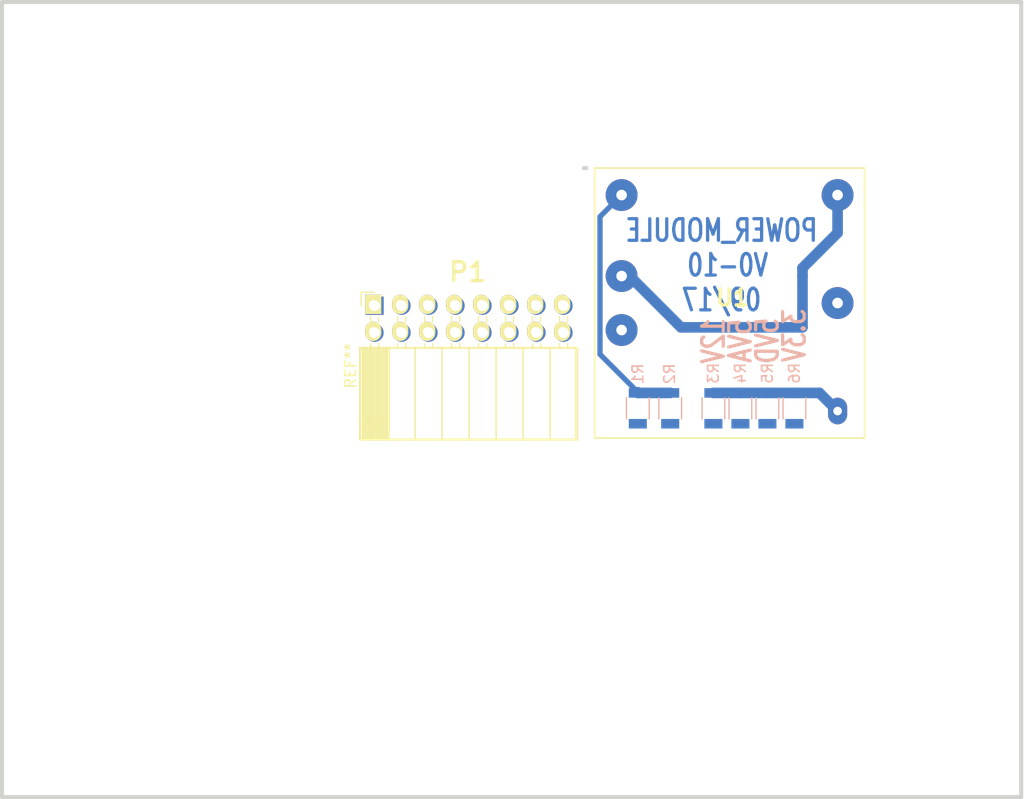
<source format=kicad_pcb>
(kicad_pcb (version 4) (host pcbnew 4.0.6)

  (general
    (links 23)
    (no_connects 16)
    (area 36.004499 65.468499 132.270501 140.652501)
    (thickness 1.6002)
    (drawings 18)
    (tracks 18)
    (zones 0)
    (modules 9)
    (nets 12)
  )

  (page A4)
  (title_block
    (title "Power Module")
    (date 2017-09-28)
    (rev "V 0.10")
    (company F4DEB)
  )

  (layers
    (0 Composant signal)
    (31 Cuivre signal)
    (32 B.Adhes user)
    (33 F.Adhes user)
    (34 B.Paste user)
    (35 F.Paste user)
    (36 B.SilkS user)
    (37 F.SilkS user)
    (38 B.Mask user)
    (39 F.Mask user)
    (40 Dwgs.User user)
    (41 Cmts.User user)
    (42 Eco1.User user)
    (43 Eco2.User user)
    (44 Edge.Cuts user)
  )

  (setup
    (last_trace_width 0.2032)
    (user_trace_width 0.29972)
    (user_trace_width 0.35052)
    (user_trace_width 0.39878)
    (user_trace_width 0.5)
    (user_trace_width 1.00076)
    (user_trace_width 1.99898)
    (user_trace_width 2.99974)
    (user_trace_width 4.0005)
    (trace_clearance 0.20066)
    (zone_clearance 0.5)
    (zone_45_only no)
    (trace_min 0.2032)
    (segment_width 0.381)
    (edge_width 0.381)
    (via_size 1.30048)
    (via_drill 0.59944)
    (via_min_size 0.889)
    (via_min_drill 0.508)
    (user_via 1.30048 0.59944)
    (uvia_size 0.508)
    (uvia_drill 0.127)
    (uvias_allowed no)
    (uvia_min_size 0.508)
    (uvia_min_drill 0.127)
    (pcb_text_width 0.3048)
    (pcb_text_size 1.524 2.032)
    (mod_edge_width 0.381)
    (mod_text_size 1.524 1.524)
    (mod_text_width 0.3048)
    (pad_size 3 3)
    (pad_drill 1)
    (pad_to_mask_clearance 0.254)
    (aux_axis_origin 0 0)
    (visible_elements 7FFEFFFF)
    (pcbplotparams
      (layerselection 0x00030_80000001)
      (usegerberextensions false)
      (excludeedgelayer true)
      (linewidth 0.150000)
      (plotframeref true)
      (viasonmask false)
      (mode 1)
      (useauxorigin false)
      (hpglpennumber 1)
      (hpglpenspeed 20)
      (hpglpendiameter 15)
      (hpglpenoverlay 0)
      (psnegative false)
      (psa4output false)
      (plotreference true)
      (plotvalue true)
      (plotinvisibletext false)
      (padsonsilk false)
      (subtractmaskfromsilk false)
      (outputformat 5)
      (mirror false)
      (drillshape 0)
      (scaleselection 1)
      (outputdirectory ""))
  )

  (net 0 "")
  (net 1 GND)
  (net 2 +3V3)
  (net 3 +5VA)
  (net 4 +BATT)
  (net 5 +12V)
  (net 6 +5V)
  (net 7 "Net-(U1-Pad4)")
  (net 8 /RA)
  (net 9 "Net-(R1-Pad2)")
  (net 10 /RD)
  (net 11 "Net-(R3-Pad2)")

  (net_class Default "Ceci est la Netclass par défaut"
    (clearance 0.20066)
    (trace_width 0.2032)
    (via_dia 1.30048)
    (via_drill 0.59944)
    (uvia_dia 0.508)
    (uvia_drill 0.127)
    (add_net +12V)
    (add_net +3V3)
    (add_net +5V)
    (add_net +5VA)
    (add_net +BATT)
    (add_net /RA)
    (add_net /RD)
    (add_net GND)
    (add_net "Net-(R1-Pad2)")
    (add_net "Net-(R3-Pad2)")
    (add_net "Net-(U1-Pad4)")
  )

  (module CEN-PCB:HE10-16-F-C (layer Composant) (tedit 59CD4AC0) (tstamp 59C95EA3)
    (at 80.01 95.377 180)
    (descr "CONNECTEUR FEMELLE 2.54MM COUDE 16 VOIES")
    (tags "CONN HE10")
    (path /59C9573E)
    (fp_text reference P1 (at 0 4.318 180) (layer F.SilkS)
      (effects (font (size 1.778 1.778) (thickness 0.3048)))
    )
    (fp_text value CONN_8X2 (at 12.7 6.096 180) (layer F.SilkS) hide
      (effects (font (size 1.778 1.778) (thickness 0.3048)))
    )
    (fp_line (start -10.16 -2.794) (end -10.16 -11.43) (layer F.SilkS) (width 0.15))
    (fp_line (start -10.16 -11.43) (end 10.16 -11.43) (layer F.SilkS) (width 0.15))
    (fp_line (start 10.16 -11.43) (end 10.16 -2.794) (layer F.SilkS) (width 0.15))
    (fp_line (start -10.16 -2.794) (end 10.16 -2.794) (layer F.SilkS) (width 0.15))
    (fp_line (start 8.89 -10.668) (end 9.652 -9.398) (layer F.SilkS) (width 0.3048))
    (fp_line (start 9.652 -9.398) (end 8.128 -9.398) (layer F.SilkS) (width 0.3048))
    (fp_line (start 8.128 -9.398) (end 8.89 -10.668) (layer F.SilkS) (width 0.3048))
    (pad 15 thru_hole oval (at -8.89 1.27 180) (size 1.524 1.80086) (drill 0.8001) (layers *.Cu *.Mask F.SilkS)
      (net 1 GND))
    (pad 16 thru_hole oval (at -8.89 -1.27 180) (size 1.524 1.80086) (drill 0.8001) (layers *.Cu *.Mask F.SilkS)
      (net 1 GND))
    (pad 13 thru_hole oval (at -6.35 1.27 180) (size 1.524 1.80086) (drill 0.8001) (layers *.Cu *.Mask F.SilkS)
      (net 2 +3V3))
    (pad 14 thru_hole oval (at -6.35 -1.27 180) (size 1.524 1.80086) (drill 0.8001) (layers *.Cu *.Mask F.SilkS)
      (net 2 +3V3))
    (pad 11 thru_hole oval (at -3.81 1.27 180) (size 1.524 1.80086) (drill 0.8001) (layers *.Cu *.Mask F.SilkS)
      (net 6 +5V))
    (pad 12 thru_hole oval (at -3.81 -1.27 180) (size 1.524 1.80086) (drill 0.8001) (layers *.Cu *.Mask F.SilkS)
      (net 6 +5V))
    (pad 9 thru_hole oval (at -1.27 1.27 180) (size 1.524 1.80086) (drill 0.8001) (layers *.Cu *.Mask F.SilkS)
      (net 3 +5VA))
    (pad 10 thru_hole oval (at -1.27 -1.27 180) (size 1.524 1.80086) (drill 0.8001) (layers *.Cu *.Mask F.SilkS)
      (net 3 +5VA))
    (pad 7 thru_hole oval (at 1.27 1.27 180) (size 1.524 1.80086) (drill 0.8001) (layers *.Cu *.Mask F.SilkS)
      (net 5 +12V))
    (pad 8 thru_hole oval (at 1.27 -1.27 180) (size 1.524 1.80086) (drill 0.8001) (layers *.Cu *.Mask F.SilkS)
      (net 5 +12V))
    (pad 5 thru_hole oval (at 3.81 1.27 180) (size 1.524 1.80086) (drill 0.8001) (layers *.Cu *.Mask F.SilkS)
      (net 4 +BATT))
    (pad 6 thru_hole oval (at 3.81 -1.27 180) (size 1.524 1.80086) (drill 0.8001) (layers *.Cu *.Mask F.SilkS)
      (net 4 +BATT))
    (pad 3 thru_hole oval (at 6.35 1.27 180) (size 1.524 1.80086) (drill 0.8001) (layers *.Cu *.Mask F.SilkS)
      (net 8 /RA))
    (pad 4 thru_hole oval (at 6.35 -1.27 180) (size 1.524 1.80086) (drill 0.8001) (layers *.Cu *.Mask F.SilkS)
      (net 10 /RD))
    (pad 1 thru_hole rect (at 8.89 1.27 180) (size 1.524 1.80086) (drill 0.8001) (layers *.Cu *.Mask F.SilkS)
      (net 1 GND))
    (pad 2 thru_hole oval (at 8.89 -1.27 180) (size 1.524 1.80086) (drill 0.8001) (layers *.Cu *.Mask F.SilkS)
      (net 1 GND))
    (model conn_strip/vasch_strip_8x2_90.wrl
      (at (xyz 0 0.2 0))
      (scale (xyz 1 1 1))
      (rotate (xyz 0 0 0))
    )
  )

  (module Resistors_SMD:R_1206 (layer Cuivre) (tedit 59C95781) (tstamp 59C95120)
    (at 96.012 103.886 90)
    (descr "Resistor SMD 1206, reflow soldering, Vishay (see dcrcw.pdf)")
    (tags "resistor 1206")
    (path /59C95D33)
    (attr smd)
    (fp_text reference R1 (at 3.2385 0 270) (layer B.SilkS)
      (effects (font (size 1 1) (thickness 0.15)) (justify mirror))
    )
    (fp_text value 0 (at 0 -1.95 90) (layer B.Fab)
      (effects (font (size 1 1) (thickness 0.15)) (justify mirror))
    )
    (fp_text user %R (at 0 0 90) (layer B.Fab)
      (effects (font (size 0.7 0.7) (thickness 0.105)) (justify mirror))
    )
    (fp_line (start -1.6 -0.8) (end -1.6 0.8) (layer B.Fab) (width 0.1))
    (fp_line (start 1.6 -0.8) (end -1.6 -0.8) (layer B.Fab) (width 0.1))
    (fp_line (start 1.6 0.8) (end 1.6 -0.8) (layer B.Fab) (width 0.1))
    (fp_line (start -1.6 0.8) (end 1.6 0.8) (layer B.Fab) (width 0.1))
    (fp_line (start 1 -1.07) (end -1 -1.07) (layer B.SilkS) (width 0.12))
    (fp_line (start -1 1.07) (end 1 1.07) (layer B.SilkS) (width 0.12))
    (fp_line (start -2.15 1.11) (end 2.15 1.11) (layer B.CrtYd) (width 0.05))
    (fp_line (start -2.15 1.11) (end -2.15 -1.1) (layer B.CrtYd) (width 0.05))
    (fp_line (start 2.15 -1.1) (end 2.15 1.11) (layer B.CrtYd) (width 0.05))
    (fp_line (start 2.15 -1.1) (end -2.15 -1.1) (layer B.CrtYd) (width 0.05))
    (pad 1 smd rect (at -1.45 0 90) (size 0.9 1.7) (layers Cuivre B.Paste B.Mask)
      (net 8 /RA))
    (pad 2 smd rect (at 1.45 0 90) (size 0.9 1.7) (layers Cuivre B.Paste B.Mask)
      (net 9 "Net-(R1-Pad2)"))
    (model ${KISYS3DMOD}/Resistors_SMD.3dshapes/R_1206.wrl
      (at (xyz 0 0 0))
      (scale (xyz 1 1 1))
      (rotate (xyz 0 0 0))
    )
  )

  (module Resistors_SMD:R_1206 (layer Cuivre) (tedit 59C95787) (tstamp 59C95131)
    (at 99.06 103.886 90)
    (descr "Resistor SMD 1206, reflow soldering, Vishay (see dcrcw.pdf)")
    (tags "resistor 1206")
    (path /59C95DA0)
    (attr smd)
    (fp_text reference R2 (at 3.2385 -0.0635 270) (layer B.SilkS)
      (effects (font (size 1 1) (thickness 0.15)) (justify mirror))
    )
    (fp_text value 0 (at 0 -1.95 90) (layer B.Fab)
      (effects (font (size 1 1) (thickness 0.15)) (justify mirror))
    )
    (fp_text user %R (at 0 0 90) (layer B.Fab)
      (effects (font (size 0.7 0.7) (thickness 0.105)) (justify mirror))
    )
    (fp_line (start -1.6 -0.8) (end -1.6 0.8) (layer B.Fab) (width 0.1))
    (fp_line (start 1.6 -0.8) (end -1.6 -0.8) (layer B.Fab) (width 0.1))
    (fp_line (start 1.6 0.8) (end 1.6 -0.8) (layer B.Fab) (width 0.1))
    (fp_line (start -1.6 0.8) (end 1.6 0.8) (layer B.Fab) (width 0.1))
    (fp_line (start 1 -1.07) (end -1 -1.07) (layer B.SilkS) (width 0.12))
    (fp_line (start -1 1.07) (end 1 1.07) (layer B.SilkS) (width 0.12))
    (fp_line (start -2.15 1.11) (end 2.15 1.11) (layer B.CrtYd) (width 0.05))
    (fp_line (start -2.15 1.11) (end -2.15 -1.1) (layer B.CrtYd) (width 0.05))
    (fp_line (start 2.15 -1.1) (end 2.15 1.11) (layer B.CrtYd) (width 0.05))
    (fp_line (start 2.15 -1.1) (end -2.15 -1.1) (layer B.CrtYd) (width 0.05))
    (pad 1 smd rect (at -1.45 0 90) (size 0.9 1.7) (layers Cuivre B.Paste B.Mask)
      (net 10 /RD))
    (pad 2 smd rect (at 1.45 0 90) (size 0.9 1.7) (layers Cuivre B.Paste B.Mask)
      (net 9 "Net-(R1-Pad2)"))
    (model ${KISYS3DMOD}/Resistors_SMD.3dshapes/R_1206.wrl
      (at (xyz 0 0 0))
      (scale (xyz 1 1 1))
      (rotate (xyz 0 0 0))
    )
  )

  (module Resistors_SMD:R_1206 (layer Cuivre) (tedit 59C9551E) (tstamp 59C95142)
    (at 103.124 103.886 90)
    (descr "Resistor SMD 1206, reflow soldering, Vishay (see dcrcw.pdf)")
    (tags "resistor 1206")
    (path /59C95904)
    (attr smd)
    (fp_text reference R3 (at 3.302 0 90) (layer B.SilkS)
      (effects (font (size 1 1) (thickness 0.15)) (justify mirror))
    )
    (fp_text value 0 (at 0 -1.95 90) (layer B.Fab)
      (effects (font (size 1 1) (thickness 0.15)) (justify mirror))
    )
    (fp_text user %R (at 0 0 90) (layer B.Fab)
      (effects (font (size 0.7 0.7) (thickness 0.105)) (justify mirror))
    )
    (fp_line (start -1.6 -0.8) (end -1.6 0.8) (layer B.Fab) (width 0.1))
    (fp_line (start 1.6 -0.8) (end -1.6 -0.8) (layer B.Fab) (width 0.1))
    (fp_line (start 1.6 0.8) (end 1.6 -0.8) (layer B.Fab) (width 0.1))
    (fp_line (start -1.6 0.8) (end 1.6 0.8) (layer B.Fab) (width 0.1))
    (fp_line (start 1 -1.07) (end -1 -1.07) (layer B.SilkS) (width 0.12))
    (fp_line (start -1 1.07) (end 1 1.07) (layer B.SilkS) (width 0.12))
    (fp_line (start -2.15 1.11) (end 2.15 1.11) (layer B.CrtYd) (width 0.05))
    (fp_line (start -2.15 1.11) (end -2.15 -1.1) (layer B.CrtYd) (width 0.05))
    (fp_line (start 2.15 -1.1) (end 2.15 1.11) (layer B.CrtYd) (width 0.05))
    (fp_line (start 2.15 -1.1) (end -2.15 -1.1) (layer B.CrtYd) (width 0.05))
    (pad 1 smd rect (at -1.45 0 90) (size 0.9 1.7) (layers Cuivre B.Paste B.Mask)
      (net 5 +12V))
    (pad 2 smd rect (at 1.45 0 90) (size 0.9 1.7) (layers Cuivre B.Paste B.Mask)
      (net 11 "Net-(R3-Pad2)"))
    (model ${KISYS3DMOD}/Resistors_SMD.3dshapes/R_1206.wrl
      (at (xyz 0 0 0))
      (scale (xyz 1 1 1))
      (rotate (xyz 0 0 0))
    )
  )

  (module Resistors_SMD:R_1206 (layer Cuivre) (tedit 59C95521) (tstamp 59C95153)
    (at 105.664 103.886 90)
    (descr "Resistor SMD 1206, reflow soldering, Vishay (see dcrcw.pdf)")
    (tags "resistor 1206")
    (path /59C95A65)
    (attr smd)
    (fp_text reference R4 (at 3.302 0 90) (layer B.SilkS)
      (effects (font (size 1 1) (thickness 0.15)) (justify mirror))
    )
    (fp_text value 0 (at 0 -1.95 90) (layer B.Fab)
      (effects (font (size 1 1) (thickness 0.15)) (justify mirror))
    )
    (fp_text user %R (at 0 0 90) (layer B.Fab)
      (effects (font (size 0.7 0.7) (thickness 0.105)) (justify mirror))
    )
    (fp_line (start -1.6 -0.8) (end -1.6 0.8) (layer B.Fab) (width 0.1))
    (fp_line (start 1.6 -0.8) (end -1.6 -0.8) (layer B.Fab) (width 0.1))
    (fp_line (start 1.6 0.8) (end 1.6 -0.8) (layer B.Fab) (width 0.1))
    (fp_line (start -1.6 0.8) (end 1.6 0.8) (layer B.Fab) (width 0.1))
    (fp_line (start 1 -1.07) (end -1 -1.07) (layer B.SilkS) (width 0.12))
    (fp_line (start -1 1.07) (end 1 1.07) (layer B.SilkS) (width 0.12))
    (fp_line (start -2.15 1.11) (end 2.15 1.11) (layer B.CrtYd) (width 0.05))
    (fp_line (start -2.15 1.11) (end -2.15 -1.1) (layer B.CrtYd) (width 0.05))
    (fp_line (start 2.15 -1.1) (end 2.15 1.11) (layer B.CrtYd) (width 0.05))
    (fp_line (start 2.15 -1.1) (end -2.15 -1.1) (layer B.CrtYd) (width 0.05))
    (pad 1 smd rect (at -1.45 0 90) (size 0.9 1.7) (layers Cuivre B.Paste B.Mask)
      (net 3 +5VA))
    (pad 2 smd rect (at 1.45 0 90) (size 0.9 1.7) (layers Cuivre B.Paste B.Mask)
      (net 11 "Net-(R3-Pad2)"))
    (model ${KISYS3DMOD}/Resistors_SMD.3dshapes/R_1206.wrl
      (at (xyz 0 0 0))
      (scale (xyz 1 1 1))
      (rotate (xyz 0 0 0))
    )
  )

  (module Resistors_SMD:R_1206 (layer Cuivre) (tedit 59C95525) (tstamp 59C95164)
    (at 108.204 103.886 90)
    (descr "Resistor SMD 1206, reflow soldering, Vishay (see dcrcw.pdf)")
    (tags "resistor 1206")
    (path /59C95ABA)
    (attr smd)
    (fp_text reference R5 (at 3.302 0 90) (layer B.SilkS)
      (effects (font (size 1 1) (thickness 0.15)) (justify mirror))
    )
    (fp_text value 0 (at 0 -1.95 90) (layer B.Fab)
      (effects (font (size 1 1) (thickness 0.15)) (justify mirror))
    )
    (fp_text user %R (at 0 0 90) (layer B.Fab)
      (effects (font (size 0.7 0.7) (thickness 0.105)) (justify mirror))
    )
    (fp_line (start -1.6 -0.8) (end -1.6 0.8) (layer B.Fab) (width 0.1))
    (fp_line (start 1.6 -0.8) (end -1.6 -0.8) (layer B.Fab) (width 0.1))
    (fp_line (start 1.6 0.8) (end 1.6 -0.8) (layer B.Fab) (width 0.1))
    (fp_line (start -1.6 0.8) (end 1.6 0.8) (layer B.Fab) (width 0.1))
    (fp_line (start 1 -1.07) (end -1 -1.07) (layer B.SilkS) (width 0.12))
    (fp_line (start -1 1.07) (end 1 1.07) (layer B.SilkS) (width 0.12))
    (fp_line (start -2.15 1.11) (end 2.15 1.11) (layer B.CrtYd) (width 0.05))
    (fp_line (start -2.15 1.11) (end -2.15 -1.1) (layer B.CrtYd) (width 0.05))
    (fp_line (start 2.15 -1.1) (end 2.15 1.11) (layer B.CrtYd) (width 0.05))
    (fp_line (start 2.15 -1.1) (end -2.15 -1.1) (layer B.CrtYd) (width 0.05))
    (pad 1 smd rect (at -1.45 0 90) (size 0.9 1.7) (layers Cuivre B.Paste B.Mask)
      (net 6 +5V))
    (pad 2 smd rect (at 1.45 0 90) (size 0.9 1.7) (layers Cuivre B.Paste B.Mask)
      (net 11 "Net-(R3-Pad2)"))
    (model ${KISYS3DMOD}/Resistors_SMD.3dshapes/R_1206.wrl
      (at (xyz 0 0 0))
      (scale (xyz 1 1 1))
      (rotate (xyz 0 0 0))
    )
  )

  (module Resistors_SMD:R_1206 (layer Cuivre) (tedit 59C9552B) (tstamp 59C95175)
    (at 110.744 103.886 90)
    (descr "Resistor SMD 1206, reflow soldering, Vishay (see dcrcw.pdf)")
    (tags "resistor 1206")
    (path /59C95ADD)
    (attr smd)
    (fp_text reference R6 (at 3.302 0 90) (layer B.SilkS)
      (effects (font (size 1 1) (thickness 0.15)) (justify mirror))
    )
    (fp_text value 0 (at 0 -1.95 90) (layer B.Fab)
      (effects (font (size 1 1) (thickness 0.15)) (justify mirror))
    )
    (fp_text user %R (at 0 0 90) (layer B.Fab)
      (effects (font (size 0.7 0.7) (thickness 0.105)) (justify mirror))
    )
    (fp_line (start -1.6 -0.8) (end -1.6 0.8) (layer B.Fab) (width 0.1))
    (fp_line (start 1.6 -0.8) (end -1.6 -0.8) (layer B.Fab) (width 0.1))
    (fp_line (start 1.6 0.8) (end 1.6 -0.8) (layer B.Fab) (width 0.1))
    (fp_line (start -1.6 0.8) (end 1.6 0.8) (layer B.Fab) (width 0.1))
    (fp_line (start 1 -1.07) (end -1 -1.07) (layer B.SilkS) (width 0.12))
    (fp_line (start -1 1.07) (end 1 1.07) (layer B.SilkS) (width 0.12))
    (fp_line (start -2.15 1.11) (end 2.15 1.11) (layer B.CrtYd) (width 0.05))
    (fp_line (start -2.15 1.11) (end -2.15 -1.1) (layer B.CrtYd) (width 0.05))
    (fp_line (start 2.15 -1.1) (end 2.15 1.11) (layer B.CrtYd) (width 0.05))
    (fp_line (start 2.15 -1.1) (end -2.15 -1.1) (layer B.CrtYd) (width 0.05))
    (pad 1 smd rect (at -1.45 0 90) (size 0.9 1.7) (layers Cuivre B.Paste B.Mask)
      (net 2 +3V3))
    (pad 2 smd rect (at 1.45 0 90) (size 0.9 1.7) (layers Cuivre B.Paste B.Mask)
      (net 11 "Net-(R3-Pad2)"))
    (model ${KISYS3DMOD}/Resistors_SMD.3dshapes/R_1206.wrl
      (at (xyz 0 0 0))
      (scale (xyz 1 1 1))
      (rotate (xyz 0 0 0))
    )
  )

  (module f4deb-mod-library:TRACO-THN-15-1211 (layer Composant) (tedit 59CD4AC4) (tstamp 59C95183)
    (at 94.488 83.82 90)
    (path /59C2FDE6)
    (fp_text reference U1 (at -9.652 10.414 180) (layer F.SilkS)
      (effects (font (thickness 0.3048)))
    )
    (fp_text value TRACO-THN-15-1211 (at -20.32 -5.08 90) (layer F.SilkS) hide
      (effects (font (thickness 0.3048)))
    )
    (fp_line (start -22.86 -2.54) (end 2.54 -2.54) (layer F.SilkS) (width 0.15))
    (fp_line (start 2.54 -2.54) (end 2.54 22.86) (layer F.SilkS) (width 0.15))
    (fp_line (start 2.54 22.86) (end -22.86 22.86) (layer F.SilkS) (width 0.15))
    (fp_line (start -22.86 22.86) (end -22.86 -2.54) (layer F.SilkS) (width 0.15))
    (pad 6 thru_hole oval (at 0 0 90) (size 3 3) (drill 1) (layers *.Cu)
      (net 9 "Net-(R1-Pad2)"))
    (pad 2 thru_hole oval (at -7.62 0 90) (size 3 3) (drill 1) (layers *.Cu)
      (net 1 GND))
    (pad 1 thru_hole oval (at -12.7 0 90) (size 3 3) (drill 1) (layers *.Cu)
      (net 4 +BATT))
    (pad 4 thru_hole oval (at -10.16 20.32 90) (size 3 3) (drill 1) (layers *.Cu)
      (net 7 "Net-(U1-Pad4)"))
    (pad 5 thru_hole oval (at 0 20.32 90) (size 3 3) (drill 1) (layers *.Cu)
      (net 1 GND))
    (pad 3 thru_hole oval (at -20.32 20.32 90) (size 2.49936 1.80086) (drill 0.8128) (layers *.Cu)
      (net 11 "Net-(R3-Pad2)"))
    (model D:/electronique/git-f4deb/f4deb-3D-Object/TRACOPOWER-THN15.wrl
      (at (xyz 0 0 0))
      (scale (xyz 1 1 1))
      (rotate (xyz 0 0 0))
    )
  )

  (module Socket_Strips:Socket_Strip_Angled_2x08_Pitch2.54mm (layer Composant) (tedit 58CD5449) (tstamp 59D9906F)
    (at 71.247 94.234 90)
    (descr "Through hole angled socket strip, 2x08, 2.54mm pitch, 8.51mm socket length, double rows")
    (tags "Through hole angled socket strip THT 2x08 2.54mm double row")
    (fp_text reference REF** (at -5.65 -2.27 90) (layer F.SilkS)
      (effects (font (size 1 1) (thickness 0.15)))
    )
    (fp_text value Socket_Strip_Angled_2x08_Pitch2.54mm (at -5.65 20.05 90) (layer F.Fab)
      (effects (font (size 1 1) (thickness 0.15)))
    )
    (fp_line (start -4.06 -1.27) (end -4.06 1.27) (layer F.Fab) (width 0.1))
    (fp_line (start -4.06 1.27) (end -12.57 1.27) (layer F.Fab) (width 0.1))
    (fp_line (start -12.57 1.27) (end -12.57 -1.27) (layer F.Fab) (width 0.1))
    (fp_line (start -12.57 -1.27) (end -4.06 -1.27) (layer F.Fab) (width 0.1))
    (fp_line (start 0 -0.32) (end 0 0.32) (layer F.Fab) (width 0.1))
    (fp_line (start 0 0.32) (end -4.06 0.32) (layer F.Fab) (width 0.1))
    (fp_line (start -4.06 0.32) (end -4.06 -0.32) (layer F.Fab) (width 0.1))
    (fp_line (start -4.06 -0.32) (end 0 -0.32) (layer F.Fab) (width 0.1))
    (fp_line (start -4.06 1.27) (end -4.06 3.81) (layer F.Fab) (width 0.1))
    (fp_line (start -4.06 3.81) (end -12.57 3.81) (layer F.Fab) (width 0.1))
    (fp_line (start -12.57 3.81) (end -12.57 1.27) (layer F.Fab) (width 0.1))
    (fp_line (start -12.57 1.27) (end -4.06 1.27) (layer F.Fab) (width 0.1))
    (fp_line (start 0 2.22) (end 0 2.86) (layer F.Fab) (width 0.1))
    (fp_line (start 0 2.86) (end -4.06 2.86) (layer F.Fab) (width 0.1))
    (fp_line (start -4.06 2.86) (end -4.06 2.22) (layer F.Fab) (width 0.1))
    (fp_line (start -4.06 2.22) (end 0 2.22) (layer F.Fab) (width 0.1))
    (fp_line (start -4.06 3.81) (end -4.06 6.35) (layer F.Fab) (width 0.1))
    (fp_line (start -4.06 6.35) (end -12.57 6.35) (layer F.Fab) (width 0.1))
    (fp_line (start -12.57 6.35) (end -12.57 3.81) (layer F.Fab) (width 0.1))
    (fp_line (start -12.57 3.81) (end -4.06 3.81) (layer F.Fab) (width 0.1))
    (fp_line (start 0 4.76) (end 0 5.4) (layer F.Fab) (width 0.1))
    (fp_line (start 0 5.4) (end -4.06 5.4) (layer F.Fab) (width 0.1))
    (fp_line (start -4.06 5.4) (end -4.06 4.76) (layer F.Fab) (width 0.1))
    (fp_line (start -4.06 4.76) (end 0 4.76) (layer F.Fab) (width 0.1))
    (fp_line (start -4.06 6.35) (end -4.06 8.89) (layer F.Fab) (width 0.1))
    (fp_line (start -4.06 8.89) (end -12.57 8.89) (layer F.Fab) (width 0.1))
    (fp_line (start -12.57 8.89) (end -12.57 6.35) (layer F.Fab) (width 0.1))
    (fp_line (start -12.57 6.35) (end -4.06 6.35) (layer F.Fab) (width 0.1))
    (fp_line (start 0 7.3) (end 0 7.94) (layer F.Fab) (width 0.1))
    (fp_line (start 0 7.94) (end -4.06 7.94) (layer F.Fab) (width 0.1))
    (fp_line (start -4.06 7.94) (end -4.06 7.3) (layer F.Fab) (width 0.1))
    (fp_line (start -4.06 7.3) (end 0 7.3) (layer F.Fab) (width 0.1))
    (fp_line (start -4.06 8.89) (end -4.06 11.43) (layer F.Fab) (width 0.1))
    (fp_line (start -4.06 11.43) (end -12.57 11.43) (layer F.Fab) (width 0.1))
    (fp_line (start -12.57 11.43) (end -12.57 8.89) (layer F.Fab) (width 0.1))
    (fp_line (start -12.57 8.89) (end -4.06 8.89) (layer F.Fab) (width 0.1))
    (fp_line (start 0 9.84) (end 0 10.48) (layer F.Fab) (width 0.1))
    (fp_line (start 0 10.48) (end -4.06 10.48) (layer F.Fab) (width 0.1))
    (fp_line (start -4.06 10.48) (end -4.06 9.84) (layer F.Fab) (width 0.1))
    (fp_line (start -4.06 9.84) (end 0 9.84) (layer F.Fab) (width 0.1))
    (fp_line (start -4.06 11.43) (end -4.06 13.97) (layer F.Fab) (width 0.1))
    (fp_line (start -4.06 13.97) (end -12.57 13.97) (layer F.Fab) (width 0.1))
    (fp_line (start -12.57 13.97) (end -12.57 11.43) (layer F.Fab) (width 0.1))
    (fp_line (start -12.57 11.43) (end -4.06 11.43) (layer F.Fab) (width 0.1))
    (fp_line (start 0 12.38) (end 0 13.02) (layer F.Fab) (width 0.1))
    (fp_line (start 0 13.02) (end -4.06 13.02) (layer F.Fab) (width 0.1))
    (fp_line (start -4.06 13.02) (end -4.06 12.38) (layer F.Fab) (width 0.1))
    (fp_line (start -4.06 12.38) (end 0 12.38) (layer F.Fab) (width 0.1))
    (fp_line (start -4.06 13.97) (end -4.06 16.51) (layer F.Fab) (width 0.1))
    (fp_line (start -4.06 16.51) (end -12.57 16.51) (layer F.Fab) (width 0.1))
    (fp_line (start -12.57 16.51) (end -12.57 13.97) (layer F.Fab) (width 0.1))
    (fp_line (start -12.57 13.97) (end -4.06 13.97) (layer F.Fab) (width 0.1))
    (fp_line (start 0 14.92) (end 0 15.56) (layer F.Fab) (width 0.1))
    (fp_line (start 0 15.56) (end -4.06 15.56) (layer F.Fab) (width 0.1))
    (fp_line (start -4.06 15.56) (end -4.06 14.92) (layer F.Fab) (width 0.1))
    (fp_line (start -4.06 14.92) (end 0 14.92) (layer F.Fab) (width 0.1))
    (fp_line (start -4.06 16.51) (end -4.06 19.05) (layer F.Fab) (width 0.1))
    (fp_line (start -4.06 19.05) (end -12.57 19.05) (layer F.Fab) (width 0.1))
    (fp_line (start -12.57 19.05) (end -12.57 16.51) (layer F.Fab) (width 0.1))
    (fp_line (start -12.57 16.51) (end -4.06 16.51) (layer F.Fab) (width 0.1))
    (fp_line (start 0 17.46) (end 0 18.1) (layer F.Fab) (width 0.1))
    (fp_line (start 0 18.1) (end -4.06 18.1) (layer F.Fab) (width 0.1))
    (fp_line (start -4.06 18.1) (end -4.06 17.46) (layer F.Fab) (width 0.1))
    (fp_line (start -4.06 17.46) (end 0 17.46) (layer F.Fab) (width 0.1))
    (fp_line (start -4 -1.33) (end -4 1.27) (layer F.SilkS) (width 0.12))
    (fp_line (start -4 1.27) (end -12.63 1.27) (layer F.SilkS) (width 0.12))
    (fp_line (start -12.63 1.27) (end -12.63 -1.33) (layer F.SilkS) (width 0.12))
    (fp_line (start -12.63 -1.33) (end -4 -1.33) (layer F.SilkS) (width 0.12))
    (fp_line (start -3.57 -0.38) (end -4 -0.38) (layer F.SilkS) (width 0.12))
    (fp_line (start -3.57 0.38) (end -4 0.38) (layer F.SilkS) (width 0.12))
    (fp_line (start -1.03 -0.38) (end -1.51 -0.38) (layer F.SilkS) (width 0.12))
    (fp_line (start -1.03 0.38) (end -1.51 0.38) (layer F.SilkS) (width 0.12))
    (fp_line (start -4 -1.15) (end -12.63 -1.15) (layer F.SilkS) (width 0.12))
    (fp_line (start -4 -1.03) (end -12.63 -1.03) (layer F.SilkS) (width 0.12))
    (fp_line (start -4 -0.91) (end -12.63 -0.91) (layer F.SilkS) (width 0.12))
    (fp_line (start -4 -0.79) (end -12.63 -0.79) (layer F.SilkS) (width 0.12))
    (fp_line (start -4 -0.67) (end -12.63 -0.67) (layer F.SilkS) (width 0.12))
    (fp_line (start -4 -0.55) (end -12.63 -0.55) (layer F.SilkS) (width 0.12))
    (fp_line (start -4 -0.43) (end -12.63 -0.43) (layer F.SilkS) (width 0.12))
    (fp_line (start -4 -0.31) (end -12.63 -0.31) (layer F.SilkS) (width 0.12))
    (fp_line (start -4 -0.19) (end -12.63 -0.19) (layer F.SilkS) (width 0.12))
    (fp_line (start -4 -0.07) (end -12.63 -0.07) (layer F.SilkS) (width 0.12))
    (fp_line (start -4 0.05) (end -12.63 0.05) (layer F.SilkS) (width 0.12))
    (fp_line (start -4 0.17) (end -12.63 0.17) (layer F.SilkS) (width 0.12))
    (fp_line (start -4 0.29) (end -12.63 0.29) (layer F.SilkS) (width 0.12))
    (fp_line (start -4 0.41) (end -12.63 0.41) (layer F.SilkS) (width 0.12))
    (fp_line (start -4 0.53) (end -12.63 0.53) (layer F.SilkS) (width 0.12))
    (fp_line (start -4 0.65) (end -12.63 0.65) (layer F.SilkS) (width 0.12))
    (fp_line (start -4 0.77) (end -12.63 0.77) (layer F.SilkS) (width 0.12))
    (fp_line (start -4 0.89) (end -12.63 0.89) (layer F.SilkS) (width 0.12))
    (fp_line (start -4 1.01) (end -12.63 1.01) (layer F.SilkS) (width 0.12))
    (fp_line (start -4 1.13) (end -12.63 1.13) (layer F.SilkS) (width 0.12))
    (fp_line (start -4 1.25) (end -12.63 1.25) (layer F.SilkS) (width 0.12))
    (fp_line (start -4 1.37) (end -12.63 1.37) (layer F.SilkS) (width 0.12))
    (fp_line (start -4 1.27) (end -4 3.81) (layer F.SilkS) (width 0.12))
    (fp_line (start -4 3.81) (end -12.63 3.81) (layer F.SilkS) (width 0.12))
    (fp_line (start -12.63 3.81) (end -12.63 1.27) (layer F.SilkS) (width 0.12))
    (fp_line (start -12.63 1.27) (end -4 1.27) (layer F.SilkS) (width 0.12))
    (fp_line (start -3.57 2.16) (end -4 2.16) (layer F.SilkS) (width 0.12))
    (fp_line (start -3.57 2.92) (end -4 2.92) (layer F.SilkS) (width 0.12))
    (fp_line (start -1.03 2.16) (end -1.51 2.16) (layer F.SilkS) (width 0.12))
    (fp_line (start -1.03 2.92) (end -1.51 2.92) (layer F.SilkS) (width 0.12))
    (fp_line (start -4 3.81) (end -4 6.35) (layer F.SilkS) (width 0.12))
    (fp_line (start -4 6.35) (end -12.63 6.35) (layer F.SilkS) (width 0.12))
    (fp_line (start -12.63 6.35) (end -12.63 3.81) (layer F.SilkS) (width 0.12))
    (fp_line (start -12.63 3.81) (end -4 3.81) (layer F.SilkS) (width 0.12))
    (fp_line (start -3.57 4.7) (end -4 4.7) (layer F.SilkS) (width 0.12))
    (fp_line (start -3.57 5.46) (end -4 5.46) (layer F.SilkS) (width 0.12))
    (fp_line (start -1.03 4.7) (end -1.51 4.7) (layer F.SilkS) (width 0.12))
    (fp_line (start -1.03 5.46) (end -1.51 5.46) (layer F.SilkS) (width 0.12))
    (fp_line (start -4 6.35) (end -4 8.89) (layer F.SilkS) (width 0.12))
    (fp_line (start -4 8.89) (end -12.63 8.89) (layer F.SilkS) (width 0.12))
    (fp_line (start -12.63 8.89) (end -12.63 6.35) (layer F.SilkS) (width 0.12))
    (fp_line (start -12.63 6.35) (end -4 6.35) (layer F.SilkS) (width 0.12))
    (fp_line (start -3.57 7.24) (end -4 7.24) (layer F.SilkS) (width 0.12))
    (fp_line (start -3.57 8) (end -4 8) (layer F.SilkS) (width 0.12))
    (fp_line (start -1.03 7.24) (end -1.51 7.24) (layer F.SilkS) (width 0.12))
    (fp_line (start -1.03 8) (end -1.51 8) (layer F.SilkS) (width 0.12))
    (fp_line (start -4 8.89) (end -4 11.43) (layer F.SilkS) (width 0.12))
    (fp_line (start -4 11.43) (end -12.63 11.43) (layer F.SilkS) (width 0.12))
    (fp_line (start -12.63 11.43) (end -12.63 8.89) (layer F.SilkS) (width 0.12))
    (fp_line (start -12.63 8.89) (end -4 8.89) (layer F.SilkS) (width 0.12))
    (fp_line (start -3.57 9.78) (end -4 9.78) (layer F.SilkS) (width 0.12))
    (fp_line (start -3.57 10.54) (end -4 10.54) (layer F.SilkS) (width 0.12))
    (fp_line (start -1.03 9.78) (end -1.51 9.78) (layer F.SilkS) (width 0.12))
    (fp_line (start -1.03 10.54) (end -1.51 10.54) (layer F.SilkS) (width 0.12))
    (fp_line (start -4 11.43) (end -4 13.97) (layer F.SilkS) (width 0.12))
    (fp_line (start -4 13.97) (end -12.63 13.97) (layer F.SilkS) (width 0.12))
    (fp_line (start -12.63 13.97) (end -12.63 11.43) (layer F.SilkS) (width 0.12))
    (fp_line (start -12.63 11.43) (end -4 11.43) (layer F.SilkS) (width 0.12))
    (fp_line (start -3.57 12.32) (end -4 12.32) (layer F.SilkS) (width 0.12))
    (fp_line (start -3.57 13.08) (end -4 13.08) (layer F.SilkS) (width 0.12))
    (fp_line (start -1.03 12.32) (end -1.51 12.32) (layer F.SilkS) (width 0.12))
    (fp_line (start -1.03 13.08) (end -1.51 13.08) (layer F.SilkS) (width 0.12))
    (fp_line (start -4 13.97) (end -4 16.51) (layer F.SilkS) (width 0.12))
    (fp_line (start -4 16.51) (end -12.63 16.51) (layer F.SilkS) (width 0.12))
    (fp_line (start -12.63 16.51) (end -12.63 13.97) (layer F.SilkS) (width 0.12))
    (fp_line (start -12.63 13.97) (end -4 13.97) (layer F.SilkS) (width 0.12))
    (fp_line (start -3.57 14.86) (end -4 14.86) (layer F.SilkS) (width 0.12))
    (fp_line (start -3.57 15.62) (end -4 15.62) (layer F.SilkS) (width 0.12))
    (fp_line (start -1.03 14.86) (end -1.51 14.86) (layer F.SilkS) (width 0.12))
    (fp_line (start -1.03 15.62) (end -1.51 15.62) (layer F.SilkS) (width 0.12))
    (fp_line (start -4 16.51) (end -4 19.11) (layer F.SilkS) (width 0.12))
    (fp_line (start -4 19.11) (end -12.63 19.11) (layer F.SilkS) (width 0.12))
    (fp_line (start -12.63 19.11) (end -12.63 16.51) (layer F.SilkS) (width 0.12))
    (fp_line (start -12.63 16.51) (end -4 16.51) (layer F.SilkS) (width 0.12))
    (fp_line (start -3.57 17.4) (end -4 17.4) (layer F.SilkS) (width 0.12))
    (fp_line (start -3.57 18.16) (end -4 18.16) (layer F.SilkS) (width 0.12))
    (fp_line (start -1.03 17.4) (end -1.51 17.4) (layer F.SilkS) (width 0.12))
    (fp_line (start -1.03 18.16) (end -1.51 18.16) (layer F.SilkS) (width 0.12))
    (fp_line (start 0 -1.27) (end 1.27 -1.27) (layer F.SilkS) (width 0.12))
    (fp_line (start 1.27 -1.27) (end 1.27 0) (layer F.SilkS) (width 0.12))
    (fp_line (start 1.8 -1.8) (end 1.8 19.55) (layer F.CrtYd) (width 0.05))
    (fp_line (start 1.8 19.55) (end -13.1 19.55) (layer F.CrtYd) (width 0.05))
    (fp_line (start -13.1 19.55) (end -13.1 -1.8) (layer F.CrtYd) (width 0.05))
    (fp_line (start -13.1 -1.8) (end 1.8 -1.8) (layer F.CrtYd) (width 0.05))
    (fp_text user %R (at -5.65 -2.27 90) (layer F.Fab)
      (effects (font (size 1 1) (thickness 0.15)))
    )
    (pad 1 thru_hole rect (at 0 0 90) (size 1.7 1.7) (drill 1) (layers *.Cu *.Mask))
    (pad 2 thru_hole oval (at -2.54 0 90) (size 1.7 1.7) (drill 1) (layers *.Cu *.Mask))
    (pad 3 thru_hole oval (at 0 2.54 90) (size 1.7 1.7) (drill 1) (layers *.Cu *.Mask))
    (pad 4 thru_hole oval (at -2.54 2.54 90) (size 1.7 1.7) (drill 1) (layers *.Cu *.Mask))
    (pad 5 thru_hole oval (at 0 5.08 90) (size 1.7 1.7) (drill 1) (layers *.Cu *.Mask))
    (pad 6 thru_hole oval (at -2.54 5.08 90) (size 1.7 1.7) (drill 1) (layers *.Cu *.Mask))
    (pad 7 thru_hole oval (at 0 7.62 90) (size 1.7 1.7) (drill 1) (layers *.Cu *.Mask))
    (pad 8 thru_hole oval (at -2.54 7.62 90) (size 1.7 1.7) (drill 1) (layers *.Cu *.Mask))
    (pad 9 thru_hole oval (at 0 10.16 90) (size 1.7 1.7) (drill 1) (layers *.Cu *.Mask))
    (pad 10 thru_hole oval (at -2.54 10.16 90) (size 1.7 1.7) (drill 1) (layers *.Cu *.Mask))
    (pad 11 thru_hole oval (at 0 12.7 90) (size 1.7 1.7) (drill 1) (layers *.Cu *.Mask))
    (pad 12 thru_hole oval (at -2.54 12.7 90) (size 1.7 1.7) (drill 1) (layers *.Cu *.Mask))
    (pad 13 thru_hole oval (at 0 15.24 90) (size 1.7 1.7) (drill 1) (layers *.Cu *.Mask))
    (pad 14 thru_hole oval (at -2.54 15.24 90) (size 1.7 1.7) (drill 1) (layers *.Cu *.Mask))
    (pad 15 thru_hole oval (at 0 17.78 90) (size 1.7 1.7) (drill 1) (layers *.Cu *.Mask))
    (pad 16 thru_hole oval (at -2.54 17.78 90) (size 1.7 1.7) (drill 1) (layers *.Cu *.Mask))
    (model ${KISYS3DMOD}/Socket_Strips.3dshapes/Socket_Strip_Angled_2x08_Pitch2.54mm.wrl
      (at (xyz -0.05 -0.35 0))
      (scale (xyz 1 1 1))
      (rotate (xyz 0 0 270))
    )
  )

  (gr_line (start 36.195 65.659) (end 36.576 65.659) (angle 90) (layer Edge.Cuts) (width 0.381))
  (gr_line (start 36.195 140.462) (end 36.195 65.659) (angle 90) (layer Edge.Cuts) (width 0.381))
  (gr_line (start 132.08 140.462) (end 36.195 140.462) (angle 90) (layer Edge.Cuts) (width 0.381))
  (gr_line (start 132.08 65.659) (end 132.08 140.462) (angle 90) (layer Edge.Cuts) (width 0.381))
  (gr_line (start 36.449 65.659) (end 132.08 65.659) (angle 90) (layer Edge.Cuts) (width 0.381))
  (dimension 47.754702 (width 0.3048) (layer Dwgs.User)
    (gr_text "47,755 mm" (at 94.188482 74.080303 0.6095065767) (layer Dwgs.User)
      (effects (font (size 2.032 1.524) (thickness 0.3048)))
    )
    (feature1 (pts (xy 70.358 78.613) (xy 70.29519 72.708795)))
    (feature2 (pts (xy 118.11 78.105) (xy 118.04719 72.200795)))
    (crossbar (pts (xy 118.081775 75.451811) (xy 70.329775 75.959811)))
    (arrow1a (pts (xy 70.329775 75.959811) (xy 71.449977 75.36144)))
    (arrow1b (pts (xy 70.329775 75.959811) (xy 71.462453 76.534215)))
    (arrow2a (pts (xy 118.081775 75.451811) (xy 116.949097 74.877407)))
    (arrow2b (pts (xy 118.081775 75.451811) (xy 116.961573 76.050182)))
  )
  (dimension 27.306181 (width 0.3048) (layer Dwgs.User)
    (gr_text "27,306 mm" (at 71.599957 94.970044 89.46703138) (layer Dwgs.User)
      (effects (font (size 2.032 1.524) (thickness 0.3048)))
    )
    (feature1 (pts (xy 67.691 81.28) (xy 73.352487 81.332665)))
    (feature2 (pts (xy 67.437 108.585) (xy 73.098487 108.637665)))
    (crossbar (pts (xy 69.847428 108.607423) (xy 70.101428 81.302423)))
    (arrow1a (pts (xy 70.101428 81.302423) (xy 70.677345 82.434333)))
    (arrow1b (pts (xy 70.101428 81.302423) (xy 69.504554 82.423423)))
    (arrow2a (pts (xy 69.847428 108.607423) (xy 70.444302 107.486423)))
    (arrow2b (pts (xy 69.847428 108.607423) (xy 69.271511 107.475513)))
  )
  (dimension 34.798 (width 0.3048) (layer Dwgs.User)
    (gr_text "34,798 mm" (at 122.7836 98.679 270) (layer Dwgs.User)
      (effects (font (size 2.032 1.524) (thickness 0.3048)))
    )
    (feature1 (pts (xy 119.634 116.078) (xy 124.4092 116.078)))
    (feature2 (pts (xy 119.634 81.28) (xy 124.4092 81.28)))
    (crossbar (pts (xy 121.158 81.28) (xy 121.158 116.078)))
    (arrow1a (pts (xy 121.158 116.078) (xy 120.571579 114.951496)))
    (arrow1b (pts (xy 121.158 116.078) (xy 121.744421 114.951496)))
    (arrow2a (pts (xy 121.158 81.28) (xy 120.571579 82.406504)))
    (arrow2b (pts (xy 121.158 81.28) (xy 121.744421 82.406504)))
  )
  (gr_line (start 90.932 81.28) (end 91.186 81.28) (angle 90) (layer Edge.Cuts) (width 0.381))
  (gr_text "Remote A" (at 96.774 95.504 270) (layer F.Adhes)
    (effects (font (size 1 1) (thickness 0.15)))
  )
  (gr_text "Remote D" (at 98.806 95.504 270) (layer F.Adhes)
    (effects (font (size 1 1) (thickness 0.15)))
  )
  (gr_text 12V (at 103.124 97.536 90) (layer B.SilkS)
    (effects (font (size 2.032 1.524) (thickness 0.3048)) (justify mirror))
  )
  (gr_text 5VA (at 105.664 97.536 90) (layer B.SilkS)
    (effects (font (size 2.032 1.524) (thickness 0.3048)) (justify mirror))
  )
  (gr_text 5VD (at 108.204 97.536 90) (layer B.SilkS)
    (effects (font (size 2.032 1.524) (thickness 0.3048)) (justify mirror))
  )
  (gr_text 3.3V (at 110.744 97.028 90) (layer B.SilkS)
    (effects (font (size 2.032 1.524) (thickness 0.3048)) (justify mirror))
  )
  (gr_text "POWER_MODULE\nV0-10 \n09/17" (at 103.886 90.424) (layer Cuivre)
    (effects (font (size 2.032 1.524) (thickness 0.3048)) (justify mirror))
  )
  (dimension 25.654 (width 0.3048) (layer Dwgs.User)
    (gr_text "25,654 mm" (at 104.775 70.5104) (layer Dwgs.User)
      (effects (font (size 2.032 1.524) (thickness 0.3048)))
    )
    (feature1 (pts (xy 91.948 75.946) (xy 91.948 68.8848)))
    (feature2 (pts (xy 117.602 75.946) (xy 117.602 68.8848)))
    (crossbar (pts (xy 117.602 72.136) (xy 91.948 72.136)))
    (arrow1a (pts (xy 91.948 72.136) (xy 93.074504 72.722421)))
    (arrow1b (pts (xy 91.948 72.136) (xy 93.074504 71.549579)))
    (arrow2a (pts (xy 117.602 72.136) (xy 116.475496 72.722421)))
    (arrow2b (pts (xy 117.602 72.136) (xy 116.475496 71.549579)))
  )
  (dimension 40.132 (width 0.3048) (layer Dwgs.User)
    (gr_text "40,132 mm" (at 127.1524 101.092 90) (layer Dwgs.User)
      (effects (font (size 2.032 1.524) (thickness 0.3048)))
    )
    (feature1 (pts (xy 129.54 81.026) (xy 125.5268 81.026)))
    (feature2 (pts (xy 129.54 121.158) (xy 125.5268 121.158)))
    (crossbar (pts (xy 128.778 121.158) (xy 128.778 81.026)))
    (arrow1a (pts (xy 128.778 81.026) (xy 128.191579 82.152504)))
    (arrow1b (pts (xy 128.778 81.026) (xy 129.364421 82.152504)))
    (arrow2a (pts (xy 128.778 121.158) (xy 128.191579 120.031496)))
    (arrow2b (pts (xy 128.778 121.158) (xy 129.364421 120.031496)))
  )

  (segment (start 94.488 91.44) (end 95.25 91.44) (width 1.00076) (layer Cuivre) (net 1))
  (segment (start 95.25 91.44) (end 100.076 96.266) (width 1.00076) (layer Cuivre) (net 1) (tstamp 59C964C9))
  (segment (start 100.076 96.266) (end 111.506 96.266) (width 1.00076) (layer Cuivre) (net 1) (tstamp 59C964CA))
  (segment (start 114.808 83.82) (end 114.808 87.376) (width 1.00076) (layer Cuivre) (net 1))
  (segment (start 111.506 91.44) (end 111.506 96.266) (width 1.00076) (layer Cuivre) (net 1) (tstamp 59C96375))
  (segment (start 111.506 90.678) (end 111.506 91.44) (width 1.00076) (layer Cuivre) (net 1) (tstamp 59C96367))
  (segment (start 114.808 87.376) (end 111.506 90.678) (width 1.00076) (layer Cuivre) (net 1) (tstamp 59C96366))
  (segment (start 96.012 102.436) (end 96.012 102.362) (width 0.5) (layer Cuivre) (net 9))
  (segment (start 96.012 102.362) (end 92.456 98.806) (width 0.5) (layer Cuivre) (net 9) (tstamp 59C964D4))
  (segment (start 92.456 98.806) (end 92.456 85.852) (width 0.5) (layer Cuivre) (net 9) (tstamp 59C964D5))
  (segment (start 92.456 85.852) (end 94.488 83.82) (width 0.5) (layer Cuivre) (net 9) (tstamp 59C964D7))
  (segment (start 96.012 102.436) (end 96.0225 102.3725) (width 1.00076) (layer Cuivre) (net 9) (status 10))
  (segment (start 96.012 102.436) (end 99.06 102.436) (width 1.00076) (layer Cuivre) (net 9) (status 20))
  (segment (start 110.744 102.436) (end 113.104 102.436) (width 1.00076) (layer Cuivre) (net 11))
  (segment (start 113.104 102.436) (end 114.808 104.14) (width 1.00076) (layer Cuivre) (net 11) (tstamp 59C96362))
  (segment (start 108.204 102.436) (end 110.744 102.436) (width 1.00076) (layer Cuivre) (net 11))
  (segment (start 105.664 102.436) (end 108.204 102.436) (width 1.00076) (layer Cuivre) (net 11))
  (segment (start 103.124 102.436) (end 105.664 102.436) (width 1.00076) (layer Cuivre) (net 11))

)

</source>
